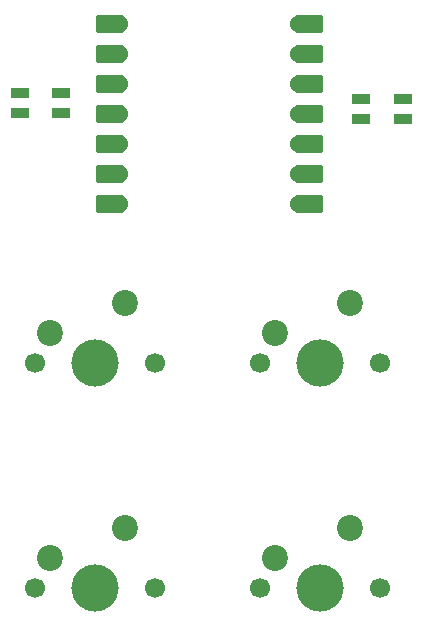
<source format=gbr>
%TF.GenerationSoftware,KiCad,Pcbnew,9.0.6*%
%TF.CreationDate,2025-12-25T21:37:21-05:00*%
%TF.ProjectId,hpad,68706164-2e6b-4696-9361-645f70636258,rev?*%
%TF.SameCoordinates,Original*%
%TF.FileFunction,Soldermask,Top*%
%TF.FilePolarity,Negative*%
%FSLAX46Y46*%
G04 Gerber Fmt 4.6, Leading zero omitted, Abs format (unit mm)*
G04 Created by KiCad (PCBNEW 9.0.6) date 2025-12-25 21:37:21*
%MOMM*%
%LPD*%
G01*
G04 APERTURE LIST*
G04 Aperture macros list*
%AMRoundRect*
0 Rectangle with rounded corners*
0 $1 Rounding radius*
0 $2 $3 $4 $5 $6 $7 $8 $9 X,Y pos of 4 corners*
0 Add a 4 corners polygon primitive as box body*
4,1,4,$2,$3,$4,$5,$6,$7,$8,$9,$2,$3,0*
0 Add four circle primitives for the rounded corners*
1,1,$1+$1,$2,$3*
1,1,$1+$1,$4,$5*
1,1,$1+$1,$6,$7*
1,1,$1+$1,$8,$9*
0 Add four rect primitives between the rounded corners*
20,1,$1+$1,$2,$3,$4,$5,0*
20,1,$1+$1,$4,$5,$6,$7,0*
20,1,$1+$1,$6,$7,$8,$9,0*
20,1,$1+$1,$8,$9,$2,$3,0*%
G04 Aperture macros list end*
%ADD10RoundRect,0.152400X1.063600X0.609600X-1.063600X0.609600X-1.063600X-0.609600X1.063600X-0.609600X0*%
%ADD11C,1.524000*%
%ADD12RoundRect,0.152400X-1.063600X-0.609600X1.063600X-0.609600X1.063600X0.609600X-1.063600X0.609600X0*%
%ADD13C,1.700000*%
%ADD14C,4.000000*%
%ADD15C,2.200000*%
%ADD16R,1.600000X0.850000*%
G04 APERTURE END LIST*
D10*
%TO.C,U1*%
X159825000Y-83300000D03*
D11*
X160660000Y-83300000D03*
D10*
X159825000Y-85840000D03*
D11*
X160660000Y-85840000D03*
D10*
X159825000Y-88380000D03*
D11*
X160660000Y-88380000D03*
D10*
X159825000Y-90920000D03*
D11*
X160660000Y-90920000D03*
D10*
X159825000Y-93460000D03*
D11*
X160660000Y-93460000D03*
D10*
X159825000Y-96000000D03*
D11*
X160660000Y-96000000D03*
D10*
X159825000Y-98540000D03*
D11*
X160660000Y-98540000D03*
X175900000Y-98540000D03*
D12*
X176735000Y-98540000D03*
D11*
X175900000Y-96000000D03*
D12*
X176735000Y-96000000D03*
D11*
X175900000Y-93460000D03*
D12*
X176735000Y-93460000D03*
D11*
X175900000Y-90920000D03*
D12*
X176735000Y-90920000D03*
D11*
X175900000Y-88380000D03*
D12*
X176735000Y-88380000D03*
D11*
X175900000Y-85840000D03*
D12*
X176735000Y-85840000D03*
D11*
X175900000Y-83300000D03*
D12*
X176735000Y-83300000D03*
%TD*%
D13*
%TO.C,SW1*%
X153511250Y-112077500D03*
D14*
X158591250Y-112077500D03*
D13*
X163671250Y-112077500D03*
D15*
X161131250Y-106997500D03*
X154781250Y-109537500D03*
%TD*%
D16*
%TO.C,D1*%
X152200000Y-89150000D03*
X152200000Y-90900000D03*
X155700000Y-90900000D03*
X155700000Y-89150000D03*
%TD*%
D13*
%TO.C,SW3*%
X153511250Y-131127500D03*
D14*
X158591250Y-131127500D03*
D13*
X163671250Y-131127500D03*
D15*
X161131250Y-126047500D03*
X154781250Y-128587500D03*
%TD*%
D16*
%TO.C,D2*%
X181150000Y-89650000D03*
X181150000Y-91400000D03*
X184650000Y-91400000D03*
X184650000Y-89650000D03*
%TD*%
D13*
%TO.C,SW4*%
X172561250Y-131127500D03*
D14*
X177641250Y-131127500D03*
D13*
X182721250Y-131127500D03*
D15*
X180181250Y-126047500D03*
X173831250Y-128587500D03*
%TD*%
D13*
%TO.C,SW2*%
X172561250Y-112077500D03*
D14*
X177641250Y-112077500D03*
D13*
X182721250Y-112077500D03*
D15*
X180181250Y-106997500D03*
X173831250Y-109537500D03*
%TD*%
M02*

</source>
